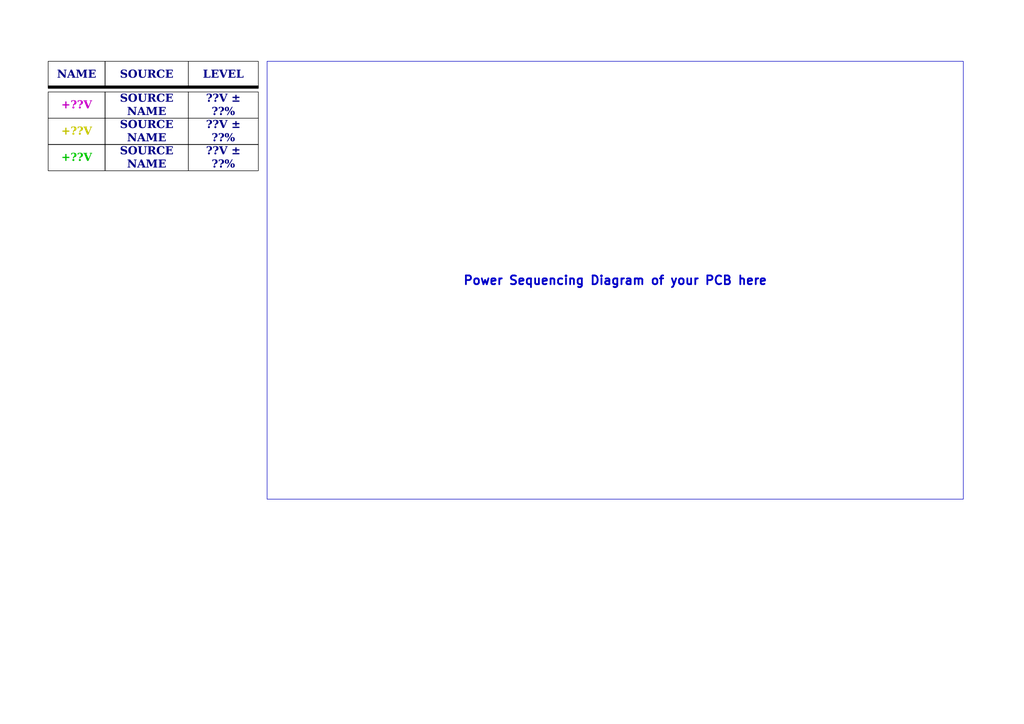
<source format=kicad_sch>
(kicad_sch
	(version 20250114)
	(generator "eeschema")
	(generator_version "9.0")
	(uuid "c3dec140-d54f-4118-8d38-e74a63eddbfd")
	(paper "A4")
	(lib_symbols)
	(rectangle
		(start 13.97 24.892)
		(end 74.93 25.654)
		(stroke
			(width 0)
			(type default)
			(color 0 0 0 1)
		)
		(fill
			(type color)
			(color 0 0 0 1)
		)
		(uuid f68f298a-3afe-4091-ad43-1c363550a8b6)
	)
	(text_box "+??V"
		(exclude_from_sim no)
		(at 13.97 34.29 0)
		(size 16.51 7.62)
		(margins 1.7145 1.7145 1.7145 1.7145)
		(stroke
			(width 0)
			(type default)
			(color 0 0 0 1)
		)
		(fill
			(type none)
		)
		(effects
			(font
				(face "Times New Roman")
				(size 2.286 2.286)
				(bold yes)
				(color 194 194 0 1)
			)
		)
		(uuid "09d85549-941f-4b92-8b28-e4cf73feda4f")
	)
	(text_box "??V ± ??%"
		(exclude_from_sim no)
		(at 54.61 26.67 0)
		(size 20.32 7.62)
		(margins 1.7145 1.7145 1.7145 1.7145)
		(stroke
			(width 0)
			(type default)
			(color 0 0 0 1)
		)
		(fill
			(type none)
		)
		(effects
			(font
				(face "Times New Roman")
				(size 2.286 2.286)
				(bold yes)
				(color 0 0 127 1)
			)
		)
		(uuid "2d684ca0-d501-47a7-a8e2-9db9a17d535a")
	)
	(text_box "SOURCE"
		(exclude_from_sim no)
		(at 30.48 17.78 0)
		(size 24.13 7.62)
		(margins 1.7145 1.7145 1.7145 1.7145)
		(stroke
			(width 0)
			(type default)
			(color 0 0 0 1)
		)
		(fill
			(type none)
		)
		(effects
			(font
				(face "Times New Roman")
				(size 2.286 2.286)
				(bold yes)
				(color 0 0 127 1)
			)
		)
		(uuid "4e133532-255b-4372-832f-b348e3c5d004")
	)
	(text_box "SOURCE NAME"
		(exclude_from_sim no)
		(at 30.48 34.29 0)
		(size 24.13 7.62)
		(margins 1.7145 1.7145 1.7145 1.7145)
		(stroke
			(width 0)
			(type default)
			(color 0 0 0 1)
		)
		(fill
			(type none)
		)
		(effects
			(font
				(face "Times New Roman")
				(size 2.286 2.286)
				(bold yes)
				(color 0 0 127 1)
			)
		)
		(uuid "7bb15be0-f210-4c9f-8a88-e263ad9b0762")
	)
	(text_box "+??V"
		(exclude_from_sim no)
		(at 13.97 41.91 0)
		(size 16.51 7.62)
		(margins 1.7145 1.7145 1.7145 1.7145)
		(stroke
			(width 0)
			(type default)
			(color 0 0 0 1)
		)
		(fill
			(type none)
		)
		(effects
			(font
				(face "Times New Roman")
				(size 2.286 2.286)
				(bold yes)
				(color 0 194 0 1)
			)
		)
		(uuid "915c5598-f2fb-4c4e-b10d-6841d6ea029a")
	)
	(text_box "SOURCE NAME"
		(exclude_from_sim no)
		(at 30.48 41.91 0)
		(size 24.13 7.62)
		(margins 1.7145 1.7145 1.7145 1.7145)
		(stroke
			(width 0)
			(type default)
			(color 0 0 0 1)
		)
		(fill
			(type none)
		)
		(effects
			(font
				(face "Times New Roman")
				(size 2.286 2.286)
				(bold yes)
				(color 0 0 127 1)
			)
		)
		(uuid "a6e1b26d-f140-4151-94e7-535d3abf0358")
	)
	(text_box "SOURCE NAME"
		(exclude_from_sim no)
		(at 30.48 26.67 0)
		(size 24.13 7.62)
		(margins 1.7145 1.7145 1.7145 1.7145)
		(stroke
			(width 0)
			(type default)
			(color 0 0 0 1)
		)
		(fill
			(type none)
		)
		(effects
			(font
				(face "Times New Roman")
				(size 2.286 2.286)
				(bold yes)
				(color 0 0 127 1)
			)
		)
		(uuid "a8a8d0da-49e1-45d3-82c5-d2849a20908c")
	)
	(text_box "Power Sequencing Diagram of your PCB here"
		(exclude_from_sim no)
		(at 77.47 17.78 0)
		(size 201.93 127)
		(margins 1.905 1.905 1.905 1.905)
		(stroke
			(width 0)
			(type default)
		)
		(fill
			(type none)
		)
		(effects
			(font
				(size 2.54 2.54)
				(thickness 0.508)
				(bold yes)
			)
		)
		(uuid "af842fe2-c2a0-41d0-ab70-e26537e45150")
	)
	(text_box "??V ± ??%"
		(exclude_from_sim no)
		(at 54.61 41.91 0)
		(size 20.32 7.62)
		(margins 1.7145 1.7145 1.7145 1.7145)
		(stroke
			(width 0)
			(type default)
			(color 0 0 0 1)
		)
		(fill
			(type none)
		)
		(effects
			(font
				(face "Times New Roman")
				(size 2.286 2.286)
				(bold yes)
				(color 0 0 127 1)
			)
		)
		(uuid "d851efe0-9a46-43ff-a3eb-aa628944eb95")
	)
	(text_box "??V ± ??%"
		(exclude_from_sim no)
		(at 54.61 34.29 0)
		(size 20.32 7.62)
		(margins 1.7145 1.7145 1.7145 1.7145)
		(stroke
			(width 0)
			(type default)
			(color 0 0 0 1)
		)
		(fill
			(type none)
		)
		(effects
			(font
				(face "Times New Roman")
				(size 2.286 2.286)
				(bold yes)
				(color 0 0 127 1)
			)
		)
		(uuid "e619cc18-7f85-4d04-8b75-43e78e0cfae2")
	)
	(text_box "LEVEL"
		(exclude_from_sim no)
		(at 54.61 17.78 0)
		(size 20.32 7.62)
		(margins 1.7145 1.7145 1.7145 1.7145)
		(stroke
			(width 0)
			(type default)
			(color 0 0 0 1)
		)
		(fill
			(type none)
		)
		(effects
			(font
				(face "Times New Roman")
				(size 2.286 2.286)
				(bold yes)
				(color 0 0 127 1)
			)
		)
		(uuid "e7d32f97-db84-44c7-8139-e984726385a9")
	)
	(text_box "+??V"
		(exclude_from_sim no)
		(at 13.97 26.67 0)
		(size 16.51 7.62)
		(margins 1.7145 1.7145 1.7145 1.7145)
		(stroke
			(width 0)
			(type default)
			(color 0 0 0 1)
		)
		(fill
			(type none)
		)
		(effects
			(font
				(face "Times New Roman")
				(size 2.286 2.286)
				(bold yes)
				(color 194 0 194 1)
			)
		)
		(uuid "f7f3a477-b5b3-4aff-b5c4-dc36ada2a2f2")
	)
	(text_box "NAME"
		(exclude_from_sim no)
		(at 13.97 17.78 0)
		(size 16.51 7.62)
		(margins 1.7145 1.7145 1.7145 1.7145)
		(stroke
			(width 0)
			(type default)
			(color 0 0 0 1)
		)
		(fill
			(type none)
		)
		(effects
			(font
				(face "Times New Roman")
				(size 2.286 2.286)
				(bold yes)
				(color 0 0 127 1)
			)
		)
		(uuid "fb86e777-4505-400f-8679-ba835f385138")
	)
)

</source>
